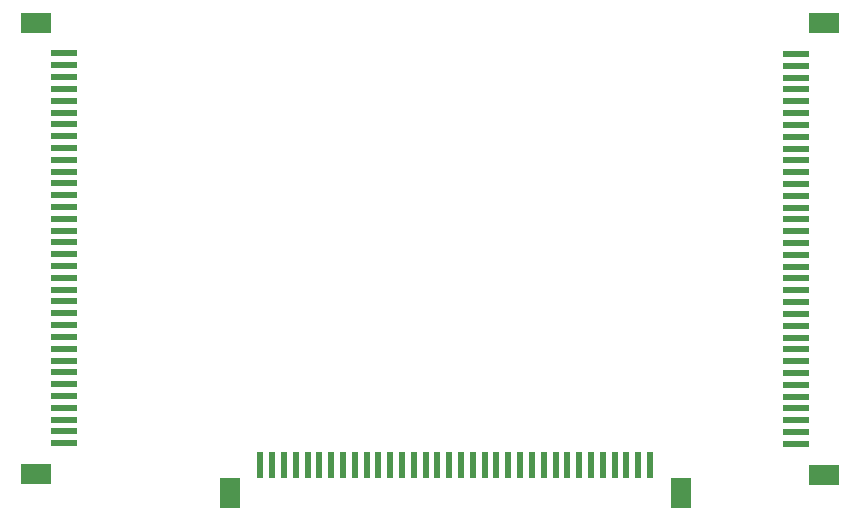
<source format=gbr>
G04 EAGLE Gerber RS-274X export*
G75*
%MOMM*%
%FSLAX34Y34*%
%LPD*%
%INSolderpaste Top*%
%IPPOS*%
%AMOC8*
5,1,8,0,0,1.08239X$1,22.5*%
G01*
%ADD10R,0.600000X2.200000*%
%ADD11R,1.800000X2.600000*%
%ADD12R,2.200000X0.600000*%
%ADD13R,2.600000X1.800000*%


D10*
X417505Y153595D03*
X407505Y153595D03*
X427505Y153595D03*
X397505Y153595D03*
D11*
X733505Y129595D03*
X351505Y129595D03*
D10*
X387505Y153595D03*
X377505Y153595D03*
X437505Y153595D03*
X447505Y153595D03*
X457505Y153595D03*
X467505Y153595D03*
X477505Y153595D03*
X487505Y153595D03*
X497505Y153595D03*
X507505Y153595D03*
X517505Y153595D03*
X527505Y153595D03*
X537505Y153595D03*
X547505Y153595D03*
X557505Y153595D03*
X567505Y153595D03*
X577505Y153595D03*
X587505Y153595D03*
X597505Y153595D03*
X607505Y153595D03*
X617505Y153595D03*
X627505Y153595D03*
X637505Y153595D03*
X647505Y153595D03*
X657505Y153595D03*
X667505Y153595D03*
X677505Y153595D03*
X687505Y153595D03*
X697505Y153595D03*
X707505Y153595D03*
D12*
X211500Y461932D03*
X211500Y471932D03*
X211500Y451932D03*
X211500Y481932D03*
D13*
X187500Y145932D03*
X187500Y527932D03*
D12*
X211500Y491932D03*
X211500Y501932D03*
X211500Y441932D03*
X211500Y431932D03*
X211500Y421932D03*
X211500Y411932D03*
X211500Y401932D03*
X211500Y391932D03*
X211500Y381932D03*
X211500Y371932D03*
X211500Y361932D03*
X211500Y351932D03*
X211500Y341932D03*
X211500Y331932D03*
X211500Y321932D03*
X211500Y311932D03*
X211500Y301932D03*
X211500Y291932D03*
X211500Y281932D03*
X211500Y271932D03*
X211500Y261932D03*
X211500Y251932D03*
X211500Y241932D03*
X211500Y231932D03*
X211500Y221932D03*
X211500Y211932D03*
X211500Y201932D03*
X211500Y191932D03*
X211500Y181932D03*
X211500Y171932D03*
X831070Y211422D03*
X831070Y201422D03*
X831070Y221422D03*
X831070Y191422D03*
D13*
X855070Y527422D03*
X855070Y145422D03*
D12*
X831070Y181422D03*
X831070Y171422D03*
X831070Y231422D03*
X831070Y241422D03*
X831070Y251422D03*
X831070Y261422D03*
X831070Y271422D03*
X831070Y281422D03*
X831070Y291422D03*
X831070Y301422D03*
X831070Y311422D03*
X831070Y321422D03*
X831070Y331422D03*
X831070Y341422D03*
X831070Y351422D03*
X831070Y361422D03*
X831070Y371422D03*
X831070Y381422D03*
X831070Y391422D03*
X831070Y401422D03*
X831070Y411422D03*
X831070Y421422D03*
X831070Y431422D03*
X831070Y441422D03*
X831070Y451422D03*
X831070Y461422D03*
X831070Y471422D03*
X831070Y481422D03*
X831070Y491422D03*
X831070Y501422D03*
M02*

</source>
